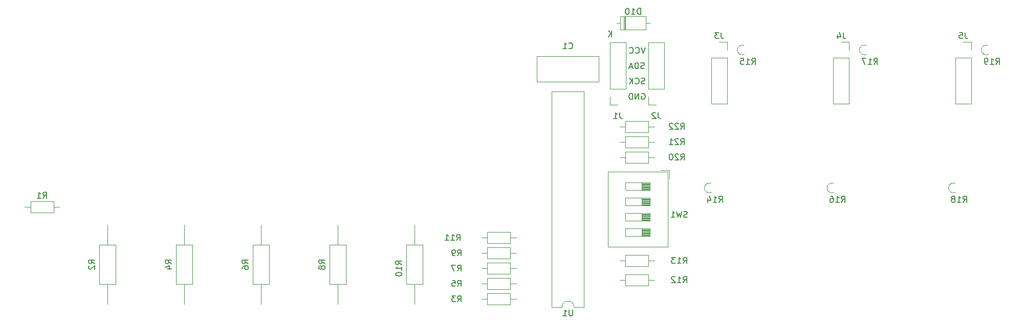
<source format=gbr>
%TF.GenerationSoftware,KiCad,Pcbnew,(5.1.9)-1*%
%TF.CreationDate,2021-06-09T10:26:03+02:00*%
%TF.ProjectId,Frontplatte,46726f6e-7470-46c6-9174-74652e6b6963,rev?*%
%TF.SameCoordinates,Original*%
%TF.FileFunction,Legend,Bot*%
%TF.FilePolarity,Positive*%
%FSLAX46Y46*%
G04 Gerber Fmt 4.6, Leading zero omitted, Abs format (unit mm)*
G04 Created by KiCad (PCBNEW (5.1.9)-1) date 2021-06-09 10:26:03*
%MOMM*%
%LPD*%
G01*
G04 APERTURE LIST*
%ADD10C,0.150000*%
%ADD11C,0.120000*%
G04 APERTURE END LIST*
D10*
X162504285Y-58951761D02*
X162361428Y-58999380D01*
X162123333Y-58999380D01*
X162028095Y-58951761D01*
X161980476Y-58904142D01*
X161932857Y-58808904D01*
X161932857Y-58713666D01*
X161980476Y-58618428D01*
X162028095Y-58570809D01*
X162123333Y-58523190D01*
X162313809Y-58475571D01*
X162409047Y-58427952D01*
X162456666Y-58380333D01*
X162504285Y-58285095D01*
X162504285Y-58189857D01*
X162456666Y-58094619D01*
X162409047Y-58047000D01*
X162313809Y-57999380D01*
X162075714Y-57999380D01*
X161932857Y-58047000D01*
X161504285Y-58999380D02*
X161504285Y-57999380D01*
X161266190Y-57999380D01*
X161123333Y-58047000D01*
X161028095Y-58142238D01*
X160980476Y-58237476D01*
X160932857Y-58427952D01*
X160932857Y-58570809D01*
X160980476Y-58761285D01*
X161028095Y-58856523D01*
X161123333Y-58951761D01*
X161266190Y-58999380D01*
X161504285Y-58999380D01*
X160551904Y-58713666D02*
X160075714Y-58713666D01*
X160647142Y-58999380D02*
X160313809Y-57999380D01*
X159980476Y-58999380D01*
X162575714Y-61491761D02*
X162432857Y-61539380D01*
X162194761Y-61539380D01*
X162099523Y-61491761D01*
X162051904Y-61444142D01*
X162004285Y-61348904D01*
X162004285Y-61253666D01*
X162051904Y-61158428D01*
X162099523Y-61110809D01*
X162194761Y-61063190D01*
X162385238Y-61015571D01*
X162480476Y-60967952D01*
X162528095Y-60920333D01*
X162575714Y-60825095D01*
X162575714Y-60729857D01*
X162528095Y-60634619D01*
X162480476Y-60587000D01*
X162385238Y-60539380D01*
X162147142Y-60539380D01*
X162004285Y-60587000D01*
X161004285Y-61444142D02*
X161051904Y-61491761D01*
X161194761Y-61539380D01*
X161290000Y-61539380D01*
X161432857Y-61491761D01*
X161528095Y-61396523D01*
X161575714Y-61301285D01*
X161623333Y-61110809D01*
X161623333Y-60967952D01*
X161575714Y-60777476D01*
X161528095Y-60682238D01*
X161432857Y-60587000D01*
X161290000Y-60539380D01*
X161194761Y-60539380D01*
X161051904Y-60587000D01*
X161004285Y-60634619D01*
X160575714Y-61539380D02*
X160575714Y-60539380D01*
X160004285Y-61539380D02*
X160432857Y-60967952D01*
X160004285Y-60539380D02*
X160575714Y-61110809D01*
X162051904Y-63127000D02*
X162147142Y-63079380D01*
X162290000Y-63079380D01*
X162432857Y-63127000D01*
X162528095Y-63222238D01*
X162575714Y-63317476D01*
X162623333Y-63507952D01*
X162623333Y-63650809D01*
X162575714Y-63841285D01*
X162528095Y-63936523D01*
X162432857Y-64031761D01*
X162290000Y-64079380D01*
X162194761Y-64079380D01*
X162051904Y-64031761D01*
X162004285Y-63984142D01*
X162004285Y-63650809D01*
X162194761Y-63650809D01*
X161575714Y-64079380D02*
X161575714Y-63079380D01*
X161004285Y-64079380D01*
X161004285Y-63079380D01*
X160528095Y-64079380D02*
X160528095Y-63079380D01*
X160290000Y-63079380D01*
X160147142Y-63127000D01*
X160051904Y-63222238D01*
X160004285Y-63317476D01*
X159956666Y-63507952D01*
X159956666Y-63650809D01*
X160004285Y-63841285D01*
X160051904Y-63936523D01*
X160147142Y-64031761D01*
X160290000Y-64079380D01*
X160528095Y-64079380D01*
X162623333Y-55459380D02*
X162290000Y-56459380D01*
X161956666Y-55459380D01*
X161051904Y-56364142D02*
X161099523Y-56411761D01*
X161242380Y-56459380D01*
X161337619Y-56459380D01*
X161480476Y-56411761D01*
X161575714Y-56316523D01*
X161623333Y-56221285D01*
X161670952Y-56030809D01*
X161670952Y-55887952D01*
X161623333Y-55697476D01*
X161575714Y-55602238D01*
X161480476Y-55507000D01*
X161337619Y-55459380D01*
X161242380Y-55459380D01*
X161099523Y-55507000D01*
X161051904Y-55554619D01*
X160051904Y-56364142D02*
X160099523Y-56411761D01*
X160242380Y-56459380D01*
X160337619Y-56459380D01*
X160480476Y-56411761D01*
X160575714Y-56316523D01*
X160623333Y-56221285D01*
X160670952Y-56030809D01*
X160670952Y-55887952D01*
X160623333Y-55697476D01*
X160575714Y-55602238D01*
X160480476Y-55507000D01*
X160337619Y-55459380D01*
X160242380Y-55459380D01*
X160099523Y-55507000D01*
X160051904Y-55554619D01*
D11*
%TO.C,R10*%
X124460000Y-84860000D02*
X124460000Y-88170000D01*
X124460000Y-98020000D02*
X124460000Y-94710000D01*
X125830000Y-88170000D02*
X125830000Y-94710000D01*
X123090000Y-88170000D02*
X125830000Y-88170000D01*
X123090000Y-94710000D02*
X123090000Y-88170000D01*
X125830000Y-94710000D02*
X123090000Y-94710000D01*
%TO.C,R8*%
X111760000Y-84860000D02*
X111760000Y-88170000D01*
X111760000Y-98020000D02*
X111760000Y-94710000D01*
X113130000Y-88170000D02*
X113130000Y-94710000D01*
X110390000Y-88170000D02*
X113130000Y-88170000D01*
X110390000Y-94710000D02*
X110390000Y-88170000D01*
X113130000Y-94710000D02*
X110390000Y-94710000D01*
%TO.C,R6*%
X99060000Y-84860000D02*
X99060000Y-88170000D01*
X99060000Y-98020000D02*
X99060000Y-94710000D01*
X100430000Y-88170000D02*
X100430000Y-94710000D01*
X97690000Y-88170000D02*
X100430000Y-88170000D01*
X97690000Y-94710000D02*
X97690000Y-88170000D01*
X100430000Y-94710000D02*
X97690000Y-94710000D01*
%TO.C,R4*%
X86360000Y-84860000D02*
X86360000Y-88170000D01*
X86360000Y-98020000D02*
X86360000Y-94710000D01*
X87730000Y-88170000D02*
X87730000Y-94710000D01*
X84990000Y-88170000D02*
X87730000Y-88170000D01*
X84990000Y-94710000D02*
X84990000Y-88170000D01*
X87730000Y-94710000D02*
X84990000Y-94710000D01*
%TO.C,R2*%
X73660000Y-84860000D02*
X73660000Y-88170000D01*
X73660000Y-98020000D02*
X73660000Y-94710000D01*
X75030000Y-88170000D02*
X75030000Y-94710000D01*
X72290000Y-88170000D02*
X75030000Y-88170000D01*
X72290000Y-94710000D02*
X72290000Y-88170000D01*
X75030000Y-94710000D02*
X72290000Y-94710000D01*
%TO.C,R18*%
X213957595Y-77990641D02*
G75*
G03*
X214054633Y-79440000I-320095J-749359D01*
G01*
%TO.C,R16*%
X193844595Y-77990641D02*
G75*
G03*
X193941633Y-79440000I-320095J-749359D01*
G01*
%TO.C,R14*%
X173571595Y-77990641D02*
G75*
G03*
X173668633Y-79440000I-320095J-749359D01*
G01*
%TO.C,R22*%
X164160000Y-68580000D02*
X163210000Y-68580000D01*
X158420000Y-68580000D02*
X159370000Y-68580000D01*
X163210000Y-69500000D02*
X159370000Y-69500000D01*
X163210000Y-67660000D02*
X163210000Y-69500000D01*
X159370000Y-67660000D02*
X163210000Y-67660000D01*
X159370000Y-69500000D02*
X159370000Y-67660000D01*
%TO.C,R21*%
X164160000Y-71120000D02*
X163210000Y-71120000D01*
X158420000Y-71120000D02*
X159370000Y-71120000D01*
X163210000Y-72040000D02*
X159370000Y-72040000D01*
X163210000Y-70200000D02*
X163210000Y-72040000D01*
X159370000Y-70200000D02*
X163210000Y-70200000D01*
X159370000Y-72040000D02*
X159370000Y-70200000D01*
%TO.C,R20*%
X164160000Y-73660000D02*
X163210000Y-73660000D01*
X158420000Y-73660000D02*
X159370000Y-73660000D01*
X163210000Y-74580000D02*
X159370000Y-74580000D01*
X163210000Y-72740000D02*
X163210000Y-74580000D01*
X159370000Y-72740000D02*
X163210000Y-72740000D01*
X159370000Y-74580000D02*
X159370000Y-72740000D01*
%TO.C,R13*%
X164160000Y-90805000D02*
X163210000Y-90805000D01*
X158420000Y-90805000D02*
X159370000Y-90805000D01*
X163210000Y-91725000D02*
X159370000Y-91725000D01*
X163210000Y-89885000D02*
X163210000Y-91725000D01*
X159370000Y-89885000D02*
X163210000Y-89885000D01*
X159370000Y-91725000D02*
X159370000Y-89885000D01*
%TO.C,R12*%
X164160000Y-93980000D02*
X163210000Y-93980000D01*
X158420000Y-93980000D02*
X159370000Y-93980000D01*
X163210000Y-94900000D02*
X159370000Y-94900000D01*
X163210000Y-93060000D02*
X163210000Y-94900000D01*
X159370000Y-93060000D02*
X163210000Y-93060000D01*
X159370000Y-94900000D02*
X159370000Y-93060000D01*
%TO.C,J4*%
X196402000Y-64830000D02*
X193742000Y-64830000D01*
X196402000Y-57150000D02*
X196402000Y-64830000D01*
X193742000Y-57150000D02*
X193742000Y-64830000D01*
X196402000Y-57150000D02*
X193742000Y-57150000D01*
X196402000Y-55880000D02*
X196402000Y-54550000D01*
X196402000Y-54550000D02*
X195072000Y-54550000D01*
%TO.C,R19*%
X219400095Y-55130641D02*
G75*
G03*
X219497133Y-56580000I-320095J-749359D01*
G01*
%TO.C,R17*%
X199207095Y-55130641D02*
G75*
G03*
X199304133Y-56580000I-320095J-749359D01*
G01*
%TO.C,R15*%
X179014095Y-55130641D02*
G75*
G03*
X179111133Y-56580000I-320095J-749359D01*
G01*
%TO.C,R11*%
X140350000Y-86075000D02*
X140350000Y-87915000D01*
X140350000Y-87915000D02*
X136510000Y-87915000D01*
X136510000Y-87915000D02*
X136510000Y-86075000D01*
X136510000Y-86075000D02*
X140350000Y-86075000D01*
X141300000Y-86995000D02*
X140350000Y-86995000D01*
X135560000Y-86995000D02*
X136510000Y-86995000D01*
%TO.C,R9*%
X140350000Y-88615000D02*
X140350000Y-90455000D01*
X140350000Y-90455000D02*
X136510000Y-90455000D01*
X136510000Y-90455000D02*
X136510000Y-88615000D01*
X136510000Y-88615000D02*
X140350000Y-88615000D01*
X141300000Y-89535000D02*
X140350000Y-89535000D01*
X135560000Y-89535000D02*
X136510000Y-89535000D01*
%TO.C,R7*%
X140350000Y-91155000D02*
X140350000Y-92995000D01*
X140350000Y-92995000D02*
X136510000Y-92995000D01*
X136510000Y-92995000D02*
X136510000Y-91155000D01*
X136510000Y-91155000D02*
X140350000Y-91155000D01*
X141300000Y-92075000D02*
X140350000Y-92075000D01*
X135560000Y-92075000D02*
X136510000Y-92075000D01*
%TO.C,R5*%
X140350000Y-93695000D02*
X140350000Y-95535000D01*
X140350000Y-95535000D02*
X136510000Y-95535000D01*
X136510000Y-95535000D02*
X136510000Y-93695000D01*
X136510000Y-93695000D02*
X140350000Y-93695000D01*
X141300000Y-94615000D02*
X140350000Y-94615000D01*
X135560000Y-94615000D02*
X136510000Y-94615000D01*
%TO.C,R3*%
X140350000Y-96235000D02*
X140350000Y-98075000D01*
X140350000Y-98075000D02*
X136510000Y-98075000D01*
X136510000Y-98075000D02*
X136510000Y-96235000D01*
X136510000Y-96235000D02*
X140350000Y-96235000D01*
X141300000Y-97155000D02*
X140350000Y-97155000D01*
X135560000Y-97155000D02*
X136510000Y-97155000D01*
%TO.C,R1*%
X64785000Y-80995000D02*
X64785000Y-82835000D01*
X64785000Y-82835000D02*
X60945000Y-82835000D01*
X60945000Y-82835000D02*
X60945000Y-80995000D01*
X60945000Y-80995000D02*
X64785000Y-80995000D01*
X65735000Y-81915000D02*
X64785000Y-81915000D01*
X59995000Y-81915000D02*
X60945000Y-81915000D01*
%TO.C,D10*%
X158535000Y-52555000D02*
X158535000Y-50315000D01*
X158535000Y-50315000D02*
X162775000Y-50315000D01*
X162775000Y-50315000D02*
X162775000Y-52555000D01*
X162775000Y-52555000D02*
X158535000Y-52555000D01*
X157885000Y-51435000D02*
X158535000Y-51435000D01*
X163425000Y-51435000D02*
X162775000Y-51435000D01*
X159255000Y-52555000D02*
X159255000Y-50315000D01*
X159375000Y-52555000D02*
X159375000Y-50315000D01*
X159135000Y-52555000D02*
X159135000Y-50315000D01*
%TO.C,SW1*%
X162093667Y-85471000D02*
X162093667Y-86741000D01*
X163447000Y-86671000D02*
X162093667Y-86671000D01*
X163447000Y-86551000D02*
X162093667Y-86551000D01*
X163447000Y-86431000D02*
X162093667Y-86431000D01*
X163447000Y-86311000D02*
X162093667Y-86311000D01*
X163447000Y-86191000D02*
X162093667Y-86191000D01*
X163447000Y-86071000D02*
X162093667Y-86071000D01*
X163447000Y-85951000D02*
X162093667Y-85951000D01*
X163447000Y-85831000D02*
X162093667Y-85831000D01*
X163447000Y-85711000D02*
X162093667Y-85711000D01*
X163447000Y-85591000D02*
X162093667Y-85591000D01*
X159387000Y-85471000D02*
X163447000Y-85471000D01*
X159387000Y-86741000D02*
X159387000Y-85471000D01*
X163447000Y-86741000D02*
X159387000Y-86741000D01*
X163447000Y-85471000D02*
X163447000Y-86741000D01*
X162093667Y-82931000D02*
X162093667Y-84201000D01*
X163447000Y-84131000D02*
X162093667Y-84131000D01*
X163447000Y-84011000D02*
X162093667Y-84011000D01*
X163447000Y-83891000D02*
X162093667Y-83891000D01*
X163447000Y-83771000D02*
X162093667Y-83771000D01*
X163447000Y-83651000D02*
X162093667Y-83651000D01*
X163447000Y-83531000D02*
X162093667Y-83531000D01*
X163447000Y-83411000D02*
X162093667Y-83411000D01*
X163447000Y-83291000D02*
X162093667Y-83291000D01*
X163447000Y-83171000D02*
X162093667Y-83171000D01*
X163447000Y-83051000D02*
X162093667Y-83051000D01*
X159387000Y-82931000D02*
X163447000Y-82931000D01*
X159387000Y-84201000D02*
X159387000Y-82931000D01*
X163447000Y-84201000D02*
X159387000Y-84201000D01*
X163447000Y-82931000D02*
X163447000Y-84201000D01*
X162093667Y-80391000D02*
X162093667Y-81661000D01*
X163447000Y-81591000D02*
X162093667Y-81591000D01*
X163447000Y-81471000D02*
X162093667Y-81471000D01*
X163447000Y-81351000D02*
X162093667Y-81351000D01*
X163447000Y-81231000D02*
X162093667Y-81231000D01*
X163447000Y-81111000D02*
X162093667Y-81111000D01*
X163447000Y-80991000D02*
X162093667Y-80991000D01*
X163447000Y-80871000D02*
X162093667Y-80871000D01*
X163447000Y-80751000D02*
X162093667Y-80751000D01*
X163447000Y-80631000D02*
X162093667Y-80631000D01*
X163447000Y-80511000D02*
X162093667Y-80511000D01*
X159387000Y-80391000D02*
X163447000Y-80391000D01*
X159387000Y-81661000D02*
X159387000Y-80391000D01*
X163447000Y-81661000D02*
X159387000Y-81661000D01*
X163447000Y-80391000D02*
X163447000Y-81661000D01*
X162093667Y-77851000D02*
X162093667Y-79121000D01*
X163447000Y-79051000D02*
X162093667Y-79051000D01*
X163447000Y-78931000D02*
X162093667Y-78931000D01*
X163447000Y-78811000D02*
X162093667Y-78811000D01*
X163447000Y-78691000D02*
X162093667Y-78691000D01*
X163447000Y-78571000D02*
X162093667Y-78571000D01*
X163447000Y-78451000D02*
X162093667Y-78451000D01*
X163447000Y-78331000D02*
X162093667Y-78331000D01*
X163447000Y-78211000D02*
X162093667Y-78211000D01*
X163447000Y-78091000D02*
X162093667Y-78091000D01*
X163447000Y-77971000D02*
X162093667Y-77971000D01*
X159387000Y-77851000D02*
X163447000Y-77851000D01*
X159387000Y-79121000D02*
X159387000Y-77851000D01*
X163447000Y-79121000D02*
X159387000Y-79121000D01*
X163447000Y-77851000D02*
X163447000Y-79121000D01*
X166607000Y-75826000D02*
X166607000Y-77209000D01*
X166607000Y-75826000D02*
X165223000Y-75826000D01*
X156467000Y-76066000D02*
X156467000Y-88526000D01*
X166367000Y-76066000D02*
X166367000Y-88526000D01*
X166367000Y-88526000D02*
X156467000Y-88526000D01*
X166367000Y-76066000D02*
X156467000Y-76066000D01*
%TO.C,C1*%
X144680000Y-56935000D02*
X144680000Y-61175000D01*
X154920000Y-56935000D02*
X154920000Y-61175000D01*
X154920000Y-61175000D02*
X144680000Y-61175000D01*
X154920000Y-56935000D02*
X144680000Y-56935000D01*
%TO.C,J5*%
X216595000Y-54550000D02*
X215265000Y-54550000D01*
X216595000Y-55880000D02*
X216595000Y-54550000D01*
X216595000Y-57150000D02*
X213935000Y-57150000D01*
X213935000Y-57150000D02*
X213935000Y-64830000D01*
X216595000Y-57150000D02*
X216595000Y-64830000D01*
X216595000Y-64830000D02*
X213935000Y-64830000D01*
%TO.C,J3*%
X176209000Y-54550000D02*
X174879000Y-54550000D01*
X176209000Y-55880000D02*
X176209000Y-54550000D01*
X176209000Y-57150000D02*
X173549000Y-57150000D01*
X173549000Y-57150000D02*
X173549000Y-64830000D01*
X176209000Y-57150000D02*
X176209000Y-64830000D01*
X176209000Y-64830000D02*
X173549000Y-64830000D01*
%TO.C,J2*%
X163135000Y-54677000D02*
X165795000Y-54677000D01*
X163135000Y-62357000D02*
X163135000Y-54677000D01*
X165795000Y-62357000D02*
X165795000Y-54677000D01*
X163135000Y-62357000D02*
X165795000Y-62357000D01*
X163135000Y-63627000D02*
X163135000Y-64957000D01*
X163135000Y-64957000D02*
X164465000Y-64957000D01*
%TO.C,J1*%
X156785000Y-64957000D02*
X158115000Y-64957000D01*
X156785000Y-63627000D02*
X156785000Y-64957000D01*
X156785000Y-62357000D02*
X159445000Y-62357000D01*
X159445000Y-62357000D02*
X159445000Y-54677000D01*
X156785000Y-62357000D02*
X156785000Y-54677000D01*
X156785000Y-54677000D02*
X159445000Y-54677000D01*
%TO.C,U1*%
X152510000Y-98485000D02*
X150860000Y-98485000D01*
X152510000Y-62805000D02*
X152510000Y-98485000D01*
X147210000Y-62805000D02*
X152510000Y-62805000D01*
X147210000Y-98485000D02*
X147210000Y-62805000D01*
X148860000Y-98485000D02*
X147210000Y-98485000D01*
X150860000Y-98485000D02*
G75*
G03*
X148860000Y-98485000I-1000000J0D01*
G01*
%TO.C,R10*%
D10*
X122372380Y-91432142D02*
X121896190Y-91098809D01*
X122372380Y-90860714D02*
X121372380Y-90860714D01*
X121372380Y-91241666D01*
X121420000Y-91336904D01*
X121467619Y-91384523D01*
X121562857Y-91432142D01*
X121705714Y-91432142D01*
X121800952Y-91384523D01*
X121848571Y-91336904D01*
X121896190Y-91241666D01*
X121896190Y-90860714D01*
X122372380Y-92384523D02*
X122372380Y-91813095D01*
X122372380Y-92098809D02*
X121372380Y-92098809D01*
X121515238Y-92003571D01*
X121610476Y-91908333D01*
X121658095Y-91813095D01*
X121372380Y-93003571D02*
X121372380Y-93098809D01*
X121420000Y-93194047D01*
X121467619Y-93241666D01*
X121562857Y-93289285D01*
X121753333Y-93336904D01*
X121991428Y-93336904D01*
X122181904Y-93289285D01*
X122277142Y-93241666D01*
X122324761Y-93194047D01*
X122372380Y-93098809D01*
X122372380Y-93003571D01*
X122324761Y-92908333D01*
X122277142Y-92860714D01*
X122181904Y-92813095D01*
X121991428Y-92765476D01*
X121753333Y-92765476D01*
X121562857Y-92813095D01*
X121467619Y-92860714D01*
X121420000Y-92908333D01*
X121372380Y-93003571D01*
%TO.C,R8*%
X109672380Y-91273333D02*
X109196190Y-90940000D01*
X109672380Y-90701904D02*
X108672380Y-90701904D01*
X108672380Y-91082857D01*
X108720000Y-91178095D01*
X108767619Y-91225714D01*
X108862857Y-91273333D01*
X109005714Y-91273333D01*
X109100952Y-91225714D01*
X109148571Y-91178095D01*
X109196190Y-91082857D01*
X109196190Y-90701904D01*
X109100952Y-91844761D02*
X109053333Y-91749523D01*
X109005714Y-91701904D01*
X108910476Y-91654285D01*
X108862857Y-91654285D01*
X108767619Y-91701904D01*
X108720000Y-91749523D01*
X108672380Y-91844761D01*
X108672380Y-92035238D01*
X108720000Y-92130476D01*
X108767619Y-92178095D01*
X108862857Y-92225714D01*
X108910476Y-92225714D01*
X109005714Y-92178095D01*
X109053333Y-92130476D01*
X109100952Y-92035238D01*
X109100952Y-91844761D01*
X109148571Y-91749523D01*
X109196190Y-91701904D01*
X109291428Y-91654285D01*
X109481904Y-91654285D01*
X109577142Y-91701904D01*
X109624761Y-91749523D01*
X109672380Y-91844761D01*
X109672380Y-92035238D01*
X109624761Y-92130476D01*
X109577142Y-92178095D01*
X109481904Y-92225714D01*
X109291428Y-92225714D01*
X109196190Y-92178095D01*
X109148571Y-92130476D01*
X109100952Y-92035238D01*
%TO.C,R6*%
X96972380Y-91273333D02*
X96496190Y-90940000D01*
X96972380Y-90701904D02*
X95972380Y-90701904D01*
X95972380Y-91082857D01*
X96020000Y-91178095D01*
X96067619Y-91225714D01*
X96162857Y-91273333D01*
X96305714Y-91273333D01*
X96400952Y-91225714D01*
X96448571Y-91178095D01*
X96496190Y-91082857D01*
X96496190Y-90701904D01*
X95972380Y-92130476D02*
X95972380Y-91940000D01*
X96020000Y-91844761D01*
X96067619Y-91797142D01*
X96210476Y-91701904D01*
X96400952Y-91654285D01*
X96781904Y-91654285D01*
X96877142Y-91701904D01*
X96924761Y-91749523D01*
X96972380Y-91844761D01*
X96972380Y-92035238D01*
X96924761Y-92130476D01*
X96877142Y-92178095D01*
X96781904Y-92225714D01*
X96543809Y-92225714D01*
X96448571Y-92178095D01*
X96400952Y-92130476D01*
X96353333Y-92035238D01*
X96353333Y-91844761D01*
X96400952Y-91749523D01*
X96448571Y-91701904D01*
X96543809Y-91654285D01*
%TO.C,R4*%
X84272380Y-91273333D02*
X83796190Y-90940000D01*
X84272380Y-90701904D02*
X83272380Y-90701904D01*
X83272380Y-91082857D01*
X83320000Y-91178095D01*
X83367619Y-91225714D01*
X83462857Y-91273333D01*
X83605714Y-91273333D01*
X83700952Y-91225714D01*
X83748571Y-91178095D01*
X83796190Y-91082857D01*
X83796190Y-90701904D01*
X83605714Y-92130476D02*
X84272380Y-92130476D01*
X83224761Y-91892380D02*
X83939047Y-91654285D01*
X83939047Y-92273333D01*
%TO.C,R2*%
X71572380Y-91273333D02*
X71096190Y-90940000D01*
X71572380Y-90701904D02*
X70572380Y-90701904D01*
X70572380Y-91082857D01*
X70620000Y-91178095D01*
X70667619Y-91225714D01*
X70762857Y-91273333D01*
X70905714Y-91273333D01*
X71000952Y-91225714D01*
X71048571Y-91178095D01*
X71096190Y-91082857D01*
X71096190Y-90701904D01*
X70667619Y-91654285D02*
X70620000Y-91701904D01*
X70572380Y-91797142D01*
X70572380Y-92035238D01*
X70620000Y-92130476D01*
X70667619Y-92178095D01*
X70762857Y-92225714D01*
X70858095Y-92225714D01*
X71000952Y-92178095D01*
X71572380Y-91606666D01*
X71572380Y-92225714D01*
%TO.C,R18*%
X215230357Y-81112380D02*
X215563690Y-80636190D01*
X215801785Y-81112380D02*
X215801785Y-80112380D01*
X215420833Y-80112380D01*
X215325595Y-80160000D01*
X215277976Y-80207619D01*
X215230357Y-80302857D01*
X215230357Y-80445714D01*
X215277976Y-80540952D01*
X215325595Y-80588571D01*
X215420833Y-80636190D01*
X215801785Y-80636190D01*
X214277976Y-81112380D02*
X214849404Y-81112380D01*
X214563690Y-81112380D02*
X214563690Y-80112380D01*
X214658928Y-80255238D01*
X214754166Y-80350476D01*
X214849404Y-80398095D01*
X213706547Y-80540952D02*
X213801785Y-80493333D01*
X213849404Y-80445714D01*
X213897023Y-80350476D01*
X213897023Y-80302857D01*
X213849404Y-80207619D01*
X213801785Y-80160000D01*
X213706547Y-80112380D01*
X213516071Y-80112380D01*
X213420833Y-80160000D01*
X213373214Y-80207619D01*
X213325595Y-80302857D01*
X213325595Y-80350476D01*
X213373214Y-80445714D01*
X213420833Y-80493333D01*
X213516071Y-80540952D01*
X213706547Y-80540952D01*
X213801785Y-80588571D01*
X213849404Y-80636190D01*
X213897023Y-80731428D01*
X213897023Y-80921904D01*
X213849404Y-81017142D01*
X213801785Y-81064761D01*
X213706547Y-81112380D01*
X213516071Y-81112380D01*
X213420833Y-81064761D01*
X213373214Y-81017142D01*
X213325595Y-80921904D01*
X213325595Y-80731428D01*
X213373214Y-80636190D01*
X213420833Y-80588571D01*
X213516071Y-80540952D01*
%TO.C,R16*%
X195117357Y-81112380D02*
X195450690Y-80636190D01*
X195688785Y-81112380D02*
X195688785Y-80112380D01*
X195307833Y-80112380D01*
X195212595Y-80160000D01*
X195164976Y-80207619D01*
X195117357Y-80302857D01*
X195117357Y-80445714D01*
X195164976Y-80540952D01*
X195212595Y-80588571D01*
X195307833Y-80636190D01*
X195688785Y-80636190D01*
X194164976Y-81112380D02*
X194736404Y-81112380D01*
X194450690Y-81112380D02*
X194450690Y-80112380D01*
X194545928Y-80255238D01*
X194641166Y-80350476D01*
X194736404Y-80398095D01*
X193307833Y-80112380D02*
X193498309Y-80112380D01*
X193593547Y-80160000D01*
X193641166Y-80207619D01*
X193736404Y-80350476D01*
X193784023Y-80540952D01*
X193784023Y-80921904D01*
X193736404Y-81017142D01*
X193688785Y-81064761D01*
X193593547Y-81112380D01*
X193403071Y-81112380D01*
X193307833Y-81064761D01*
X193260214Y-81017142D01*
X193212595Y-80921904D01*
X193212595Y-80683809D01*
X193260214Y-80588571D01*
X193307833Y-80540952D01*
X193403071Y-80493333D01*
X193593547Y-80493333D01*
X193688785Y-80540952D01*
X193736404Y-80588571D01*
X193784023Y-80683809D01*
%TO.C,R14*%
X174844357Y-81112380D02*
X175177690Y-80636190D01*
X175415785Y-81112380D02*
X175415785Y-80112380D01*
X175034833Y-80112380D01*
X174939595Y-80160000D01*
X174891976Y-80207619D01*
X174844357Y-80302857D01*
X174844357Y-80445714D01*
X174891976Y-80540952D01*
X174939595Y-80588571D01*
X175034833Y-80636190D01*
X175415785Y-80636190D01*
X173891976Y-81112380D02*
X174463404Y-81112380D01*
X174177690Y-81112380D02*
X174177690Y-80112380D01*
X174272928Y-80255238D01*
X174368166Y-80350476D01*
X174463404Y-80398095D01*
X173034833Y-80445714D02*
X173034833Y-81112380D01*
X173272928Y-80064761D02*
X173511023Y-80779047D01*
X172891976Y-80779047D01*
%TO.C,R22*%
X168536857Y-69032380D02*
X168870190Y-68556190D01*
X169108285Y-69032380D02*
X169108285Y-68032380D01*
X168727333Y-68032380D01*
X168632095Y-68080000D01*
X168584476Y-68127619D01*
X168536857Y-68222857D01*
X168536857Y-68365714D01*
X168584476Y-68460952D01*
X168632095Y-68508571D01*
X168727333Y-68556190D01*
X169108285Y-68556190D01*
X168155904Y-68127619D02*
X168108285Y-68080000D01*
X168013047Y-68032380D01*
X167774952Y-68032380D01*
X167679714Y-68080000D01*
X167632095Y-68127619D01*
X167584476Y-68222857D01*
X167584476Y-68318095D01*
X167632095Y-68460952D01*
X168203523Y-69032380D01*
X167584476Y-69032380D01*
X167203523Y-68127619D02*
X167155904Y-68080000D01*
X167060666Y-68032380D01*
X166822571Y-68032380D01*
X166727333Y-68080000D01*
X166679714Y-68127619D01*
X166632095Y-68222857D01*
X166632095Y-68318095D01*
X166679714Y-68460952D01*
X167251142Y-69032380D01*
X166632095Y-69032380D01*
%TO.C,R21*%
X168536857Y-71572380D02*
X168870190Y-71096190D01*
X169108285Y-71572380D02*
X169108285Y-70572380D01*
X168727333Y-70572380D01*
X168632095Y-70620000D01*
X168584476Y-70667619D01*
X168536857Y-70762857D01*
X168536857Y-70905714D01*
X168584476Y-71000952D01*
X168632095Y-71048571D01*
X168727333Y-71096190D01*
X169108285Y-71096190D01*
X168155904Y-70667619D02*
X168108285Y-70620000D01*
X168013047Y-70572380D01*
X167774952Y-70572380D01*
X167679714Y-70620000D01*
X167632095Y-70667619D01*
X167584476Y-70762857D01*
X167584476Y-70858095D01*
X167632095Y-71000952D01*
X168203523Y-71572380D01*
X167584476Y-71572380D01*
X166632095Y-71572380D02*
X167203523Y-71572380D01*
X166917809Y-71572380D02*
X166917809Y-70572380D01*
X167013047Y-70715238D01*
X167108285Y-70810476D01*
X167203523Y-70858095D01*
%TO.C,R20*%
X168536857Y-74112380D02*
X168870190Y-73636190D01*
X169108285Y-74112380D02*
X169108285Y-73112380D01*
X168727333Y-73112380D01*
X168632095Y-73160000D01*
X168584476Y-73207619D01*
X168536857Y-73302857D01*
X168536857Y-73445714D01*
X168584476Y-73540952D01*
X168632095Y-73588571D01*
X168727333Y-73636190D01*
X169108285Y-73636190D01*
X168155904Y-73207619D02*
X168108285Y-73160000D01*
X168013047Y-73112380D01*
X167774952Y-73112380D01*
X167679714Y-73160000D01*
X167632095Y-73207619D01*
X167584476Y-73302857D01*
X167584476Y-73398095D01*
X167632095Y-73540952D01*
X168203523Y-74112380D01*
X167584476Y-74112380D01*
X166965428Y-73112380D02*
X166870190Y-73112380D01*
X166774952Y-73160000D01*
X166727333Y-73207619D01*
X166679714Y-73302857D01*
X166632095Y-73493333D01*
X166632095Y-73731428D01*
X166679714Y-73921904D01*
X166727333Y-74017142D01*
X166774952Y-74064761D01*
X166870190Y-74112380D01*
X166965428Y-74112380D01*
X167060666Y-74064761D01*
X167108285Y-74017142D01*
X167155904Y-73921904D01*
X167203523Y-73731428D01*
X167203523Y-73493333D01*
X167155904Y-73302857D01*
X167108285Y-73207619D01*
X167060666Y-73160000D01*
X166965428Y-73112380D01*
%TO.C,R13*%
X168917857Y-91257380D02*
X169251190Y-90781190D01*
X169489285Y-91257380D02*
X169489285Y-90257380D01*
X169108333Y-90257380D01*
X169013095Y-90305000D01*
X168965476Y-90352619D01*
X168917857Y-90447857D01*
X168917857Y-90590714D01*
X168965476Y-90685952D01*
X169013095Y-90733571D01*
X169108333Y-90781190D01*
X169489285Y-90781190D01*
X167965476Y-91257380D02*
X168536904Y-91257380D01*
X168251190Y-91257380D02*
X168251190Y-90257380D01*
X168346428Y-90400238D01*
X168441666Y-90495476D01*
X168536904Y-90543095D01*
X167632142Y-90257380D02*
X167013095Y-90257380D01*
X167346428Y-90638333D01*
X167203571Y-90638333D01*
X167108333Y-90685952D01*
X167060714Y-90733571D01*
X167013095Y-90828809D01*
X167013095Y-91066904D01*
X167060714Y-91162142D01*
X167108333Y-91209761D01*
X167203571Y-91257380D01*
X167489285Y-91257380D01*
X167584523Y-91209761D01*
X167632142Y-91162142D01*
%TO.C,R12*%
X168917857Y-94432380D02*
X169251190Y-93956190D01*
X169489285Y-94432380D02*
X169489285Y-93432380D01*
X169108333Y-93432380D01*
X169013095Y-93480000D01*
X168965476Y-93527619D01*
X168917857Y-93622857D01*
X168917857Y-93765714D01*
X168965476Y-93860952D01*
X169013095Y-93908571D01*
X169108333Y-93956190D01*
X169489285Y-93956190D01*
X167965476Y-94432380D02*
X168536904Y-94432380D01*
X168251190Y-94432380D02*
X168251190Y-93432380D01*
X168346428Y-93575238D01*
X168441666Y-93670476D01*
X168536904Y-93718095D01*
X167584523Y-93527619D02*
X167536904Y-93480000D01*
X167441666Y-93432380D01*
X167203571Y-93432380D01*
X167108333Y-93480000D01*
X167060714Y-93527619D01*
X167013095Y-93622857D01*
X167013095Y-93718095D01*
X167060714Y-93860952D01*
X167632142Y-94432380D01*
X167013095Y-94432380D01*
%TO.C,J4*%
X195405333Y-53002380D02*
X195405333Y-53716666D01*
X195452952Y-53859523D01*
X195548190Y-53954761D01*
X195691047Y-54002380D01*
X195786285Y-54002380D01*
X194500571Y-53335714D02*
X194500571Y-54002380D01*
X194738666Y-52954761D02*
X194976761Y-53669047D01*
X194357714Y-53669047D01*
%TO.C,R19*%
X220672857Y-58252380D02*
X221006190Y-57776190D01*
X221244285Y-58252380D02*
X221244285Y-57252380D01*
X220863333Y-57252380D01*
X220768095Y-57300000D01*
X220720476Y-57347619D01*
X220672857Y-57442857D01*
X220672857Y-57585714D01*
X220720476Y-57680952D01*
X220768095Y-57728571D01*
X220863333Y-57776190D01*
X221244285Y-57776190D01*
X219720476Y-58252380D02*
X220291904Y-58252380D01*
X220006190Y-58252380D02*
X220006190Y-57252380D01*
X220101428Y-57395238D01*
X220196666Y-57490476D01*
X220291904Y-57538095D01*
X219244285Y-58252380D02*
X219053809Y-58252380D01*
X218958571Y-58204761D01*
X218910952Y-58157142D01*
X218815714Y-58014285D01*
X218768095Y-57823809D01*
X218768095Y-57442857D01*
X218815714Y-57347619D01*
X218863333Y-57300000D01*
X218958571Y-57252380D01*
X219149047Y-57252380D01*
X219244285Y-57300000D01*
X219291904Y-57347619D01*
X219339523Y-57442857D01*
X219339523Y-57680952D01*
X219291904Y-57776190D01*
X219244285Y-57823809D01*
X219149047Y-57871428D01*
X218958571Y-57871428D01*
X218863333Y-57823809D01*
X218815714Y-57776190D01*
X218768095Y-57680952D01*
%TO.C,R17*%
X200479857Y-58252380D02*
X200813190Y-57776190D01*
X201051285Y-58252380D02*
X201051285Y-57252380D01*
X200670333Y-57252380D01*
X200575095Y-57300000D01*
X200527476Y-57347619D01*
X200479857Y-57442857D01*
X200479857Y-57585714D01*
X200527476Y-57680952D01*
X200575095Y-57728571D01*
X200670333Y-57776190D01*
X201051285Y-57776190D01*
X199527476Y-58252380D02*
X200098904Y-58252380D01*
X199813190Y-58252380D02*
X199813190Y-57252380D01*
X199908428Y-57395238D01*
X200003666Y-57490476D01*
X200098904Y-57538095D01*
X199194142Y-57252380D02*
X198527476Y-57252380D01*
X198956047Y-58252380D01*
%TO.C,R15*%
X180286857Y-58252380D02*
X180620190Y-57776190D01*
X180858285Y-58252380D02*
X180858285Y-57252380D01*
X180477333Y-57252380D01*
X180382095Y-57300000D01*
X180334476Y-57347619D01*
X180286857Y-57442857D01*
X180286857Y-57585714D01*
X180334476Y-57680952D01*
X180382095Y-57728571D01*
X180477333Y-57776190D01*
X180858285Y-57776190D01*
X179334476Y-58252380D02*
X179905904Y-58252380D01*
X179620190Y-58252380D02*
X179620190Y-57252380D01*
X179715428Y-57395238D01*
X179810666Y-57490476D01*
X179905904Y-57538095D01*
X178429714Y-57252380D02*
X178905904Y-57252380D01*
X178953523Y-57728571D01*
X178905904Y-57680952D01*
X178810666Y-57633333D01*
X178572571Y-57633333D01*
X178477333Y-57680952D01*
X178429714Y-57728571D01*
X178382095Y-57823809D01*
X178382095Y-58061904D01*
X178429714Y-58157142D01*
X178477333Y-58204761D01*
X178572571Y-58252380D01*
X178810666Y-58252380D01*
X178905904Y-58204761D01*
X178953523Y-58157142D01*
%TO.C,R11*%
X131452857Y-87447380D02*
X131786190Y-86971190D01*
X132024285Y-87447380D02*
X132024285Y-86447380D01*
X131643333Y-86447380D01*
X131548095Y-86495000D01*
X131500476Y-86542619D01*
X131452857Y-86637857D01*
X131452857Y-86780714D01*
X131500476Y-86875952D01*
X131548095Y-86923571D01*
X131643333Y-86971190D01*
X132024285Y-86971190D01*
X130500476Y-87447380D02*
X131071904Y-87447380D01*
X130786190Y-87447380D02*
X130786190Y-86447380D01*
X130881428Y-86590238D01*
X130976666Y-86685476D01*
X131071904Y-86733095D01*
X129548095Y-87447380D02*
X130119523Y-87447380D01*
X129833809Y-87447380D02*
X129833809Y-86447380D01*
X129929047Y-86590238D01*
X130024285Y-86685476D01*
X130119523Y-86733095D01*
%TO.C,R9*%
X131611666Y-89987380D02*
X131945000Y-89511190D01*
X132183095Y-89987380D02*
X132183095Y-88987380D01*
X131802142Y-88987380D01*
X131706904Y-89035000D01*
X131659285Y-89082619D01*
X131611666Y-89177857D01*
X131611666Y-89320714D01*
X131659285Y-89415952D01*
X131706904Y-89463571D01*
X131802142Y-89511190D01*
X132183095Y-89511190D01*
X131135476Y-89987380D02*
X130945000Y-89987380D01*
X130849761Y-89939761D01*
X130802142Y-89892142D01*
X130706904Y-89749285D01*
X130659285Y-89558809D01*
X130659285Y-89177857D01*
X130706904Y-89082619D01*
X130754523Y-89035000D01*
X130849761Y-88987380D01*
X131040238Y-88987380D01*
X131135476Y-89035000D01*
X131183095Y-89082619D01*
X131230714Y-89177857D01*
X131230714Y-89415952D01*
X131183095Y-89511190D01*
X131135476Y-89558809D01*
X131040238Y-89606428D01*
X130849761Y-89606428D01*
X130754523Y-89558809D01*
X130706904Y-89511190D01*
X130659285Y-89415952D01*
%TO.C,R7*%
X131611666Y-92527380D02*
X131945000Y-92051190D01*
X132183095Y-92527380D02*
X132183095Y-91527380D01*
X131802142Y-91527380D01*
X131706904Y-91575000D01*
X131659285Y-91622619D01*
X131611666Y-91717857D01*
X131611666Y-91860714D01*
X131659285Y-91955952D01*
X131706904Y-92003571D01*
X131802142Y-92051190D01*
X132183095Y-92051190D01*
X131278333Y-91527380D02*
X130611666Y-91527380D01*
X131040238Y-92527380D01*
%TO.C,R5*%
X131611666Y-95067380D02*
X131945000Y-94591190D01*
X132183095Y-95067380D02*
X132183095Y-94067380D01*
X131802142Y-94067380D01*
X131706904Y-94115000D01*
X131659285Y-94162619D01*
X131611666Y-94257857D01*
X131611666Y-94400714D01*
X131659285Y-94495952D01*
X131706904Y-94543571D01*
X131802142Y-94591190D01*
X132183095Y-94591190D01*
X130706904Y-94067380D02*
X131183095Y-94067380D01*
X131230714Y-94543571D01*
X131183095Y-94495952D01*
X131087857Y-94448333D01*
X130849761Y-94448333D01*
X130754523Y-94495952D01*
X130706904Y-94543571D01*
X130659285Y-94638809D01*
X130659285Y-94876904D01*
X130706904Y-94972142D01*
X130754523Y-95019761D01*
X130849761Y-95067380D01*
X131087857Y-95067380D01*
X131183095Y-95019761D01*
X131230714Y-94972142D01*
%TO.C,R3*%
X131611666Y-97607380D02*
X131945000Y-97131190D01*
X132183095Y-97607380D02*
X132183095Y-96607380D01*
X131802142Y-96607380D01*
X131706904Y-96655000D01*
X131659285Y-96702619D01*
X131611666Y-96797857D01*
X131611666Y-96940714D01*
X131659285Y-97035952D01*
X131706904Y-97083571D01*
X131802142Y-97131190D01*
X132183095Y-97131190D01*
X131278333Y-96607380D02*
X130659285Y-96607380D01*
X130992619Y-96988333D01*
X130849761Y-96988333D01*
X130754523Y-97035952D01*
X130706904Y-97083571D01*
X130659285Y-97178809D01*
X130659285Y-97416904D01*
X130706904Y-97512142D01*
X130754523Y-97559761D01*
X130849761Y-97607380D01*
X131135476Y-97607380D01*
X131230714Y-97559761D01*
X131278333Y-97512142D01*
%TO.C,R1*%
X63031666Y-80447380D02*
X63365000Y-79971190D01*
X63603095Y-80447380D02*
X63603095Y-79447380D01*
X63222142Y-79447380D01*
X63126904Y-79495000D01*
X63079285Y-79542619D01*
X63031666Y-79637857D01*
X63031666Y-79780714D01*
X63079285Y-79875952D01*
X63126904Y-79923571D01*
X63222142Y-79971190D01*
X63603095Y-79971190D01*
X62079285Y-80447380D02*
X62650714Y-80447380D01*
X62365000Y-80447380D02*
X62365000Y-79447380D01*
X62460238Y-79590238D01*
X62555476Y-79685476D01*
X62650714Y-79733095D01*
%TO.C,D10*%
X161869285Y-49982380D02*
X161869285Y-48982380D01*
X161631190Y-48982380D01*
X161488333Y-49030000D01*
X161393095Y-49125238D01*
X161345476Y-49220476D01*
X161297857Y-49410952D01*
X161297857Y-49553809D01*
X161345476Y-49744285D01*
X161393095Y-49839523D01*
X161488333Y-49934761D01*
X161631190Y-49982380D01*
X161869285Y-49982380D01*
X160345476Y-49982380D02*
X160916904Y-49982380D01*
X160631190Y-49982380D02*
X160631190Y-48982380D01*
X160726428Y-49125238D01*
X160821666Y-49220476D01*
X160916904Y-49268095D01*
X159726428Y-48982380D02*
X159631190Y-48982380D01*
X159535952Y-49030000D01*
X159488333Y-49077619D01*
X159440714Y-49172857D01*
X159393095Y-49363333D01*
X159393095Y-49601428D01*
X159440714Y-49791904D01*
X159488333Y-49887142D01*
X159535952Y-49934761D01*
X159631190Y-49982380D01*
X159726428Y-49982380D01*
X159821666Y-49934761D01*
X159869285Y-49887142D01*
X159916904Y-49791904D01*
X159964523Y-49601428D01*
X159964523Y-49363333D01*
X159916904Y-49172857D01*
X159869285Y-49077619D01*
X159821666Y-49030000D01*
X159726428Y-48982380D01*
X157106904Y-53687380D02*
X157106904Y-52687380D01*
X156535476Y-53687380D02*
X156964047Y-53115952D01*
X156535476Y-52687380D02*
X157106904Y-53258809D01*
%TO.C,SW1*%
X169608333Y-83589761D02*
X169465476Y-83637380D01*
X169227380Y-83637380D01*
X169132142Y-83589761D01*
X169084523Y-83542142D01*
X169036904Y-83446904D01*
X169036904Y-83351666D01*
X169084523Y-83256428D01*
X169132142Y-83208809D01*
X169227380Y-83161190D01*
X169417857Y-83113571D01*
X169513095Y-83065952D01*
X169560714Y-83018333D01*
X169608333Y-82923095D01*
X169608333Y-82827857D01*
X169560714Y-82732619D01*
X169513095Y-82685000D01*
X169417857Y-82637380D01*
X169179761Y-82637380D01*
X169036904Y-82685000D01*
X168703571Y-82637380D02*
X168465476Y-83637380D01*
X168275000Y-82923095D01*
X168084523Y-83637380D01*
X167846428Y-82637380D01*
X166941666Y-83637380D02*
X167513095Y-83637380D01*
X167227380Y-83637380D02*
X167227380Y-82637380D01*
X167322619Y-82780238D01*
X167417857Y-82875476D01*
X167513095Y-82923095D01*
%TO.C,C1*%
X150026666Y-55602142D02*
X150074285Y-55649761D01*
X150217142Y-55697380D01*
X150312380Y-55697380D01*
X150455238Y-55649761D01*
X150550476Y-55554523D01*
X150598095Y-55459285D01*
X150645714Y-55268809D01*
X150645714Y-55125952D01*
X150598095Y-54935476D01*
X150550476Y-54840238D01*
X150455238Y-54745000D01*
X150312380Y-54697380D01*
X150217142Y-54697380D01*
X150074285Y-54745000D01*
X150026666Y-54792619D01*
X149074285Y-55697380D02*
X149645714Y-55697380D01*
X149360000Y-55697380D02*
X149360000Y-54697380D01*
X149455238Y-54840238D01*
X149550476Y-54935476D01*
X149645714Y-54983095D01*
%TO.C,J5*%
X215598333Y-53002380D02*
X215598333Y-53716666D01*
X215645952Y-53859523D01*
X215741190Y-53954761D01*
X215884047Y-54002380D01*
X215979285Y-54002380D01*
X214645952Y-53002380D02*
X215122142Y-53002380D01*
X215169761Y-53478571D01*
X215122142Y-53430952D01*
X215026904Y-53383333D01*
X214788809Y-53383333D01*
X214693571Y-53430952D01*
X214645952Y-53478571D01*
X214598333Y-53573809D01*
X214598333Y-53811904D01*
X214645952Y-53907142D01*
X214693571Y-53954761D01*
X214788809Y-54002380D01*
X215026904Y-54002380D01*
X215122142Y-53954761D01*
X215169761Y-53907142D01*
%TO.C,J3*%
X175212333Y-53002380D02*
X175212333Y-53716666D01*
X175259952Y-53859523D01*
X175355190Y-53954761D01*
X175498047Y-54002380D01*
X175593285Y-54002380D01*
X174831380Y-53002380D02*
X174212333Y-53002380D01*
X174545666Y-53383333D01*
X174402809Y-53383333D01*
X174307571Y-53430952D01*
X174259952Y-53478571D01*
X174212333Y-53573809D01*
X174212333Y-53811904D01*
X174259952Y-53907142D01*
X174307571Y-53954761D01*
X174402809Y-54002380D01*
X174688523Y-54002380D01*
X174783761Y-53954761D01*
X174831380Y-53907142D01*
%TO.C,J2*%
X164798333Y-66254380D02*
X164798333Y-66968666D01*
X164845952Y-67111523D01*
X164941190Y-67206761D01*
X165084047Y-67254380D01*
X165179285Y-67254380D01*
X164369761Y-66349619D02*
X164322142Y-66302000D01*
X164226904Y-66254380D01*
X163988809Y-66254380D01*
X163893571Y-66302000D01*
X163845952Y-66349619D01*
X163798333Y-66444857D01*
X163798333Y-66540095D01*
X163845952Y-66682952D01*
X164417380Y-67254380D01*
X163798333Y-67254380D01*
%TO.C,J1*%
X158448333Y-66254380D02*
X158448333Y-66968666D01*
X158495952Y-67111523D01*
X158591190Y-67206761D01*
X158734047Y-67254380D01*
X158829285Y-67254380D01*
X157448333Y-67254380D02*
X158019761Y-67254380D01*
X157734047Y-67254380D02*
X157734047Y-66254380D01*
X157829285Y-66397238D01*
X157924523Y-66492476D01*
X158019761Y-66540095D01*
%TO.C,U1*%
X150621904Y-98937380D02*
X150621904Y-99746904D01*
X150574285Y-99842142D01*
X150526666Y-99889761D01*
X150431428Y-99937380D01*
X150240952Y-99937380D01*
X150145714Y-99889761D01*
X150098095Y-99842142D01*
X150050476Y-99746904D01*
X150050476Y-98937380D01*
X149050476Y-99937380D02*
X149621904Y-99937380D01*
X149336190Y-99937380D02*
X149336190Y-98937380D01*
X149431428Y-99080238D01*
X149526666Y-99175476D01*
X149621904Y-99223095D01*
%TD*%
M02*

</source>
